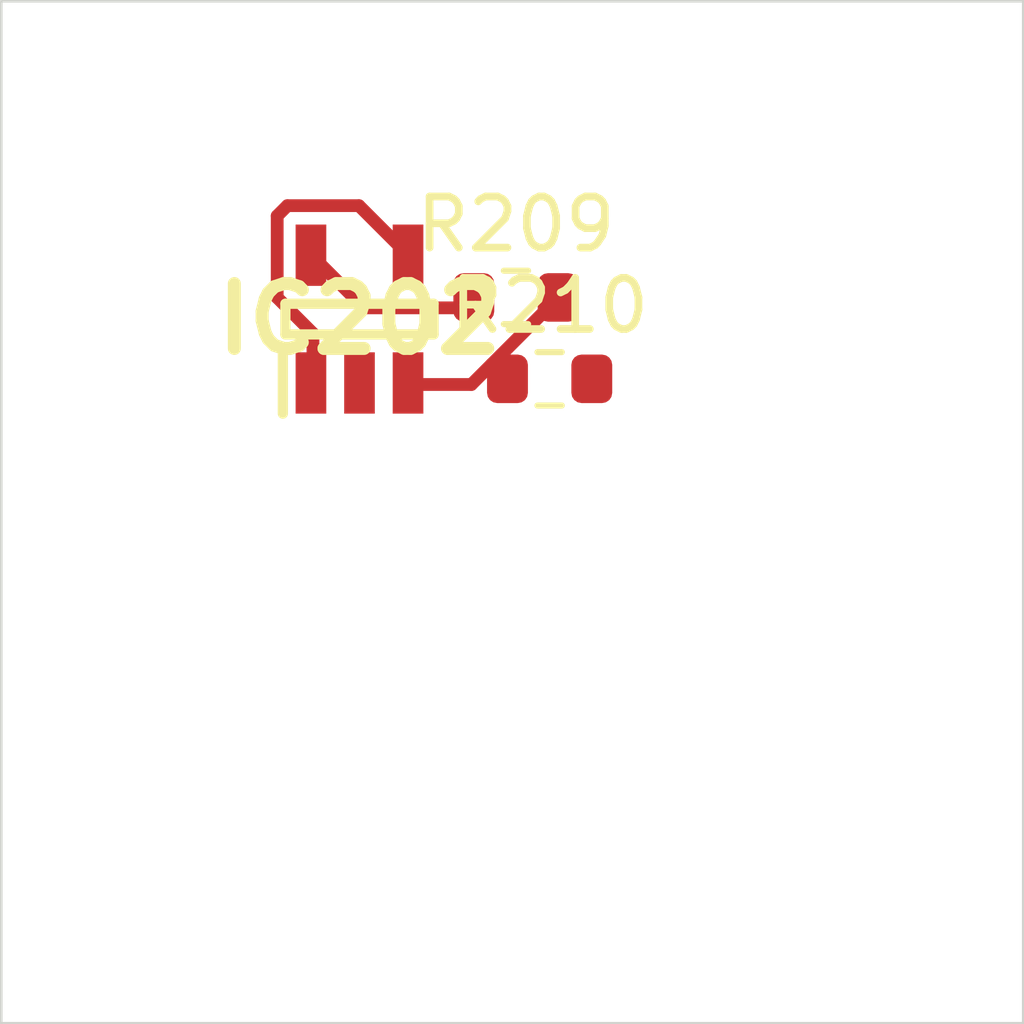
<source format=kicad_pcb>
 ( kicad_pcb  ( version 20171130 )
 ( host pcbnew 5.1.12-84ad8e8a86~92~ubuntu18.04.1 )
 ( general  ( thickness 1.6 )
 ( drawings 4 )
 ( tracks 0 )
 ( zones 0 )
 ( modules 3 )
 ( nets 5 )
)
 ( page A4 )
 ( layers  ( 0 F.Cu signal )
 ( 31 B.Cu signal )
 ( 32 B.Adhes user )
 ( 33 F.Adhes user )
 ( 34 B.Paste user )
 ( 35 F.Paste user )
 ( 36 B.SilkS user )
 ( 37 F.SilkS user )
 ( 38 B.Mask user )
 ( 39 F.Mask user )
 ( 40 Dwgs.User user )
 ( 41 Cmts.User user )
 ( 42 Eco1.User user )
 ( 43 Eco2.User user )
 ( 44 Edge.Cuts user )
 ( 45 Margin user )
 ( 46 B.CrtYd user )
 ( 47 F.CrtYd user )
 ( 48 B.Fab user )
 ( 49 F.Fab user )
)
 ( setup  ( last_trace_width 0.25 )
 ( trace_clearance 0.2 )
 ( zone_clearance 0.508 )
 ( zone_45_only no )
 ( trace_min 0.2 )
 ( via_size 0.8 )
 ( via_drill 0.4 )
 ( via_min_size 0.4 )
 ( via_min_drill 0.3 )
 ( uvia_size 0.3 )
 ( uvia_drill 0.1 )
 ( uvias_allowed no )
 ( uvia_min_size 0.2 )
 ( uvia_min_drill 0.1 )
 ( edge_width 0.05 )
 ( segment_width 0.2 )
 ( pcb_text_width 0.3 )
 ( pcb_text_size 1.5 1.5 )
 ( mod_edge_width 0.12 )
 ( mod_text_size 1 1 )
 ( mod_text_width 0.15 )
 ( pad_size 1.524 1.524 )
 ( pad_drill 0.762 )
 ( pad_to_mask_clearance 0 )
 ( aux_axis_origin 0 0 )
 ( visible_elements FFFFFF7F )
 ( pcbplotparams  ( layerselection 0x010fc_ffffffff )
 ( usegerberextensions false )
 ( usegerberattributes true )
 ( usegerberadvancedattributes true )
 ( creategerberjobfile true )
 ( excludeedgelayer true )
 ( linewidth 0.100000 )
 ( plotframeref false )
 ( viasonmask false )
 ( mode 1 )
 ( useauxorigin false )
 ( hpglpennumber 1 )
 ( hpglpenspeed 20 )
 ( hpglpendiameter 15.000000 )
 ( psnegative false )
 ( psa4output false )
 ( plotreference true )
 ( plotvalue true )
 ( plotinvisibletext false )
 ( padsonsilk false )
 ( subtractmaskfromsilk false )
 ( outputformat 1 )
 ( mirror false )
 ( drillshape 1 )
 ( scaleselection 1 )
 ( outputdirectory "" )
)
)
 ( net 0 "" )
 ( net 1 GND )
 ( net 2 VDDA )
 ( net 3 /Sheet6235D886/vp )
 ( net 4 "Net-(IC202-Pad3)" )
 ( net_class Default "This is the default net class."  ( clearance 0.2 )
 ( trace_width 0.25 )
 ( via_dia 0.8 )
 ( via_drill 0.4 )
 ( uvia_dia 0.3 )
 ( uvia_drill 0.1 )
 ( add_net /Sheet6235D886/vp )
 ( add_net GND )
 ( add_net "Net-(IC202-Pad3)" )
 ( add_net VDDA )
)
 ( module SOT95P280X145-5N locked  ( layer F.Cu )
 ( tedit 62336ED7 )
 ( tstamp 623423ED )
 ( at 87.010600 106.220000 90.000000 )
 ( descr DBV0005A )
 ( tags "Integrated Circuit" )
 ( path /6235D887/6266C08E )
 ( attr smd )
 ( fp_text reference IC202  ( at 0 0 )
 ( layer F.SilkS )
 ( effects  ( font  ( size 1.27 1.27 )
 ( thickness 0.254 )
)
)
)
 ( fp_text value TL071HIDBVR  ( at 0 0 )
 ( layer F.SilkS )
hide  ( effects  ( font  ( size 1.27 1.27 )
 ( thickness 0.254 )
)
)
)
 ( fp_line  ( start -1.85 -1.5 )
 ( end -0.65 -1.5 )
 ( layer F.SilkS )
 ( width 0.2 )
)
 ( fp_line  ( start -0.3 1.45 )
 ( end -0.3 -1.45 )
 ( layer F.SilkS )
 ( width 0.2 )
)
 ( fp_line  ( start 0.3 1.45 )
 ( end -0.3 1.45 )
 ( layer F.SilkS )
 ( width 0.2 )
)
 ( fp_line  ( start 0.3 -1.45 )
 ( end 0.3 1.45 )
 ( layer F.SilkS )
 ( width 0.2 )
)
 ( fp_line  ( start -0.3 -1.45 )
 ( end 0.3 -1.45 )
 ( layer F.SilkS )
 ( width 0.2 )
)
 ( fp_line  ( start -0.8 -0.5 )
 ( end 0.15 -1.45 )
 ( layer Dwgs.User )
 ( width 0.1 )
)
 ( fp_line  ( start -0.8 1.45 )
 ( end -0.8 -1.45 )
 ( layer Dwgs.User )
 ( width 0.1 )
)
 ( fp_line  ( start 0.8 1.45 )
 ( end -0.8 1.45 )
 ( layer Dwgs.User )
 ( width 0.1 )
)
 ( fp_line  ( start 0.8 -1.45 )
 ( end 0.8 1.45 )
 ( layer Dwgs.User )
 ( width 0.1 )
)
 ( fp_line  ( start -0.8 -1.45 )
 ( end 0.8 -1.45 )
 ( layer Dwgs.User )
 ( width 0.1 )
)
 ( fp_line  ( start -2.1 1.775 )
 ( end -2.1 -1.775 )
 ( layer Dwgs.User )
 ( width 0.05 )
)
 ( fp_line  ( start 2.1 1.775 )
 ( end -2.1 1.775 )
 ( layer Dwgs.User )
 ( width 0.05 )
)
 ( fp_line  ( start 2.1 -1.775 )
 ( end 2.1 1.775 )
 ( layer Dwgs.User )
 ( width 0.05 )
)
 ( fp_line  ( start -2.1 -1.775 )
 ( end 2.1 -1.775 )
 ( layer Dwgs.User )
 ( width 0.05 )
)
 ( pad 1 smd rect  ( at -1.25 -0.95 180.000000 )
 ( size 0.6 1.2 )
 ( layers F.Cu F.Mask F.Paste )
 ( net 3 /Sheet6235D886/vp )
)
 ( pad 2 smd rect  ( at -1.25 0 180.000000 )
 ( size 0.6 1.2 )
 ( layers F.Cu F.Mask F.Paste )
 ( net 1 GND )
)
 ( pad 3 smd rect  ( at -1.25 0.95 180.000000 )
 ( size 0.6 1.2 )
 ( layers F.Cu F.Mask F.Paste )
 ( net 4 "Net-(IC202-Pad3)" )
)
 ( pad 4 smd rect  ( at 1.25 0.95 180.000000 )
 ( size 0.6 1.2 )
 ( layers F.Cu F.Mask F.Paste )
 ( net 3 /Sheet6235D886/vp )
)
 ( pad 5 smd rect  ( at 1.25 -0.95 180.000000 )
 ( size 0.6 1.2 )
 ( layers F.Cu F.Mask F.Paste )
 ( net 2 VDDA )
)
)
 ( module Resistor_SMD:R_0603_1608Metric  ( layer F.Cu )
 ( tedit 5F68FEEE )
 ( tstamp 62342595 )
 ( at 90.073200 105.796000 )
 ( descr "Resistor SMD 0603 (1608 Metric), square (rectangular) end terminal, IPC_7351 nominal, (Body size source: IPC-SM-782 page 72, https://www.pcb-3d.com/wordpress/wp-content/uploads/ipc-sm-782a_amendment_1_and_2.pdf), generated with kicad-footprint-generator" )
 ( tags resistor )
 ( path /6235D887/623CDBD9 )
 ( attr smd )
 ( fp_text reference R209  ( at 0 -1.43 )
 ( layer F.SilkS )
 ( effects  ( font  ( size 1 1 )
 ( thickness 0.15 )
)
)
)
 ( fp_text value 100k  ( at 0 1.43 )
 ( layer F.Fab )
 ( effects  ( font  ( size 1 1 )
 ( thickness 0.15 )
)
)
)
 ( fp_line  ( start -0.8 0.4125 )
 ( end -0.8 -0.4125 )
 ( layer F.Fab )
 ( width 0.1 )
)
 ( fp_line  ( start -0.8 -0.4125 )
 ( end 0.8 -0.4125 )
 ( layer F.Fab )
 ( width 0.1 )
)
 ( fp_line  ( start 0.8 -0.4125 )
 ( end 0.8 0.4125 )
 ( layer F.Fab )
 ( width 0.1 )
)
 ( fp_line  ( start 0.8 0.4125 )
 ( end -0.8 0.4125 )
 ( layer F.Fab )
 ( width 0.1 )
)
 ( fp_line  ( start -0.237258 -0.5225 )
 ( end 0.237258 -0.5225 )
 ( layer F.SilkS )
 ( width 0.12 )
)
 ( fp_line  ( start -0.237258 0.5225 )
 ( end 0.237258 0.5225 )
 ( layer F.SilkS )
 ( width 0.12 )
)
 ( fp_line  ( start -1.48 0.73 )
 ( end -1.48 -0.73 )
 ( layer F.CrtYd )
 ( width 0.05 )
)
 ( fp_line  ( start -1.48 -0.73 )
 ( end 1.48 -0.73 )
 ( layer F.CrtYd )
 ( width 0.05 )
)
 ( fp_line  ( start 1.48 -0.73 )
 ( end 1.48 0.73 )
 ( layer F.CrtYd )
 ( width 0.05 )
)
 ( fp_line  ( start 1.48 0.73 )
 ( end -1.48 0.73 )
 ( layer F.CrtYd )
 ( width 0.05 )
)
 ( fp_text user %R  ( at 0 0 )
 ( layer F.Fab )
 ( effects  ( font  ( size 0.4 0.4 )
 ( thickness 0.06 )
)
)
)
 ( pad 1 smd roundrect  ( at -0.825 0 )
 ( size 0.8 0.95 )
 ( layers F.Cu F.Mask F.Paste )
 ( roundrect_rratio 0.25 )
 ( net 2 VDDA )
)
 ( pad 2 smd roundrect  ( at 0.825 0 )
 ( size 0.8 0.95 )
 ( layers F.Cu F.Mask F.Paste )
 ( roundrect_rratio 0.25 )
 ( net 4 "Net-(IC202-Pad3)" )
)
 ( model ${KISYS3DMOD}/Resistor_SMD.3dshapes/R_0603_1608Metric.wrl  ( at  ( xyz 0 0 0 )
)
 ( scale  ( xyz 1 1 1 )
)
 ( rotate  ( xyz 0 0 0 )
)
)
)
 ( module Resistor_SMD:R_0603_1608Metric  ( layer F.Cu )
 ( tedit 5F68FEEE )
 ( tstamp 623425A6 )
 ( at 90.731900 107.389000 )
 ( descr "Resistor SMD 0603 (1608 Metric), square (rectangular) end terminal, IPC_7351 nominal, (Body size source: IPC-SM-782 page 72, https://www.pcb-3d.com/wordpress/wp-content/uploads/ipc-sm-782a_amendment_1_and_2.pdf), generated with kicad-footprint-generator" )
 ( tags resistor )
 ( path /6235D887/623CDBDF )
 ( attr smd )
 ( fp_text reference R210  ( at 0 -1.43 )
 ( layer F.SilkS )
 ( effects  ( font  ( size 1 1 )
 ( thickness 0.15 )
)
)
)
 ( fp_text value 100k  ( at 0 1.43 )
 ( layer F.Fab )
 ( effects  ( font  ( size 1 1 )
 ( thickness 0.15 )
)
)
)
 ( fp_line  ( start 1.48 0.73 )
 ( end -1.48 0.73 )
 ( layer F.CrtYd )
 ( width 0.05 )
)
 ( fp_line  ( start 1.48 -0.73 )
 ( end 1.48 0.73 )
 ( layer F.CrtYd )
 ( width 0.05 )
)
 ( fp_line  ( start -1.48 -0.73 )
 ( end 1.48 -0.73 )
 ( layer F.CrtYd )
 ( width 0.05 )
)
 ( fp_line  ( start -1.48 0.73 )
 ( end -1.48 -0.73 )
 ( layer F.CrtYd )
 ( width 0.05 )
)
 ( fp_line  ( start -0.237258 0.5225 )
 ( end 0.237258 0.5225 )
 ( layer F.SilkS )
 ( width 0.12 )
)
 ( fp_line  ( start -0.237258 -0.5225 )
 ( end 0.237258 -0.5225 )
 ( layer F.SilkS )
 ( width 0.12 )
)
 ( fp_line  ( start 0.8 0.4125 )
 ( end -0.8 0.4125 )
 ( layer F.Fab )
 ( width 0.1 )
)
 ( fp_line  ( start 0.8 -0.4125 )
 ( end 0.8 0.4125 )
 ( layer F.Fab )
 ( width 0.1 )
)
 ( fp_line  ( start -0.8 -0.4125 )
 ( end 0.8 -0.4125 )
 ( layer F.Fab )
 ( width 0.1 )
)
 ( fp_line  ( start -0.8 0.4125 )
 ( end -0.8 -0.4125 )
 ( layer F.Fab )
 ( width 0.1 )
)
 ( fp_text user %R  ( at 0 0 )
 ( layer F.Fab )
 ( effects  ( font  ( size 0.4 0.4 )
 ( thickness 0.06 )
)
)
)
 ( pad 2 smd roundrect  ( at 0.825 0 )
 ( size 0.8 0.95 )
 ( layers F.Cu F.Mask F.Paste )
 ( roundrect_rratio 0.25 )
 ( net 1 GND )
)
 ( pad 1 smd roundrect  ( at -0.825 0 )
 ( size 0.8 0.95 )
 ( layers F.Cu F.Mask F.Paste )
 ( roundrect_rratio 0.25 )
 ( net 4 "Net-(IC202-Pad3)" )
)
 ( model ${KISYS3DMOD}/Resistor_SMD.3dshapes/R_0603_1608Metric.wrl  ( at  ( xyz 0 0 0 )
)
 ( scale  ( xyz 1 1 1 )
)
 ( rotate  ( xyz 0 0 0 )
)
)
)
 ( gr_line  ( start 100 100 )
 ( end 100 120 )
 ( layer Edge.Cuts )
 ( width 0.05 )
 ( tstamp 62E770C4 )
)
 ( gr_line  ( start 80 120 )
 ( end 100 120 )
 ( layer Edge.Cuts )
 ( width 0.05 )
 ( tstamp 62E770C0 )
)
 ( gr_line  ( start 80 100 )
 ( end 100 100 )
 ( layer Edge.Cuts )
 ( width 0.05 )
 ( tstamp 6234110C )
)
 ( gr_line  ( start 80 100 )
 ( end 80 120 )
 ( layer Edge.Cuts )
 ( width 0.05 )
)
 ( segment  ( start 89.200001 105.800002 )
 ( end 89.000001 106.000002 )
 ( width 0.250000 )
 ( layer F.Cu )
 ( net 2 )
)
 ( segment  ( start 89.000001 106.000002 )
 ( end 87.100001 106.000002 )
 ( width 0.250000 )
 ( layer F.Cu )
 ( net 2 )
)
 ( segment  ( start 87.100001 106.000002 )
 ( end 86.100001 105.000002 )
 ( width 0.250000 )
 ( layer F.Cu )
 ( net 2 )
)
 ( segment  ( start 88.000001 105.000002 )
 ( end 87.000001 104.000002 )
 ( width 0.250000 )
 ( layer F.Cu )
 ( net 3 )
)
 ( segment  ( start 87.000001 104.000002 )
 ( end 85.600001 104.000002 )
 ( width 0.250000 )
 ( layer F.Cu )
 ( net 3 )
)
 ( segment  ( start 85.600001 104.000002 )
 ( end 85.400001 104.200002 )
 ( width 0.250000 )
 ( layer F.Cu )
 ( net 3 )
)
 ( segment  ( start 85.400001 104.200002 )
 ( end 85.400001 105.800002 )
 ( width 0.250000 )
 ( layer F.Cu )
 ( net 3 )
)
 ( segment  ( start 85.400001 105.800002 )
 ( end 86.100001 106.500002 )
 ( width 0.250000 )
 ( layer F.Cu )
 ( net 3 )
)
 ( segment  ( start 86.100001 106.500002 )
 ( end 86.100001 107.500002 )
 ( width 0.250000 )
 ( layer F.Cu )
 ( net 3 )
)
 ( segment  ( start 90.900001 105.800002 )
 ( end 89.200001 107.500002 )
 ( width 0.250000 )
 ( layer F.Cu )
 ( net 4 )
)
 ( segment  ( start 89.200001 107.500002 )
 ( end 88.000001 107.500002 )
 ( width 0.250000 )
 ( layer F.Cu )
 ( net 4 )
)
 ( segment  ( start 89.900001 107.400002 )
 ( end 89.600001 107.100002 )
 ( width 0.250000 )
 ( layer F.Cu )
 ( net 4 )
)
)

</source>
